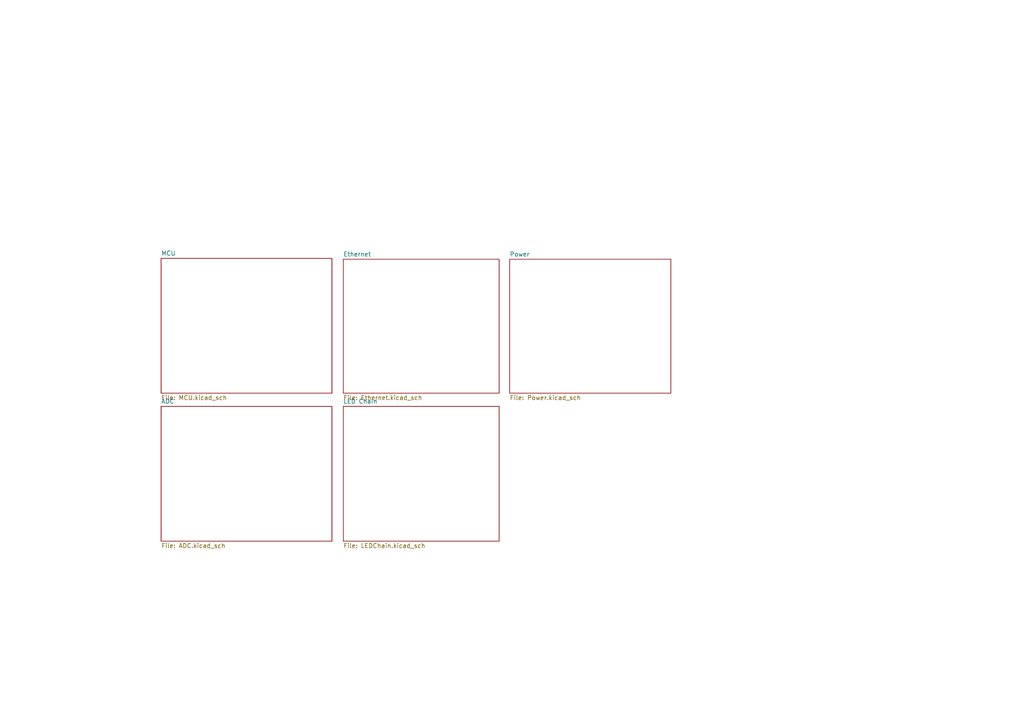
<source format=kicad_sch>
(kicad_sch
	(version 20250114)
	(generator "eeschema")
	(generator_version "9.0")
	(uuid "c74cf9f2-0af5-4a28-b0b6-05ce22add148")
	(paper "A4")
	(lib_symbols)
	(sheet
		(at 147.828 75.184)
		(size 46.736 38.862)
		(exclude_from_sim no)
		(in_bom yes)
		(on_board yes)
		(dnp no)
		(fields_autoplaced yes)
		(stroke
			(width 0.1524)
			(type solid)
		)
		(fill
			(color 0 0 0 0.0000)
		)
		(uuid "43b24ed5-a570-4e27-b00b-6038ea0a11b6")
		(property "Sheetname" "Power"
			(at 147.828 74.4724 0)
			(effects
				(font
					(size 1.27 1.27)
				)
				(justify left bottom)
			)
		)
		(property "Sheetfile" "Power.kicad_sch"
			(at 147.828 114.6306 0)
			(effects
				(font
					(size 1.27 1.27)
				)
				(justify left top)
			)
		)
		(instances
			(project "StairsV2Ethernet"
				(path "/c74cf9f2-0af5-4a28-b0b6-05ce22add148"
					(page "6")
				)
			)
		)
	)
	(sheet
		(at 46.736 74.93)
		(size 49.53 39.116)
		(exclude_from_sim no)
		(in_bom yes)
		(on_board yes)
		(dnp no)
		(fields_autoplaced yes)
		(stroke
			(width 0.1524)
			(type solid)
		)
		(fill
			(color 0 0 0 0.0000)
		)
		(uuid "9f64f479-1038-4785-8583-3b16ea02e77a")
		(property "Sheetname" "MCU"
			(at 46.736 74.2184 0)
			(effects
				(font
					(size 1.27 1.27)
				)
				(justify left bottom)
			)
		)
		(property "Sheetfile" "MCU.kicad_sch"
			(at 46.736 114.6306 0)
			(effects
				(font
					(size 1.27 1.27)
				)
				(justify left top)
			)
		)
		(instances
			(project "StairsV2Ethernet"
				(path "/c74cf9f2-0af5-4a28-b0b6-05ce22add148"
					(page "2")
				)
			)
		)
	)
	(sheet
		(at 99.568 117.856)
		(size 45.212 39.116)
		(exclude_from_sim no)
		(in_bom yes)
		(on_board yes)
		(dnp no)
		(fields_autoplaced yes)
		(stroke
			(width 0.1524)
			(type solid)
		)
		(fill
			(color 0 0 0 0.0000)
		)
		(uuid "be29776e-5772-4862-931b-10d4880b16fd")
		(property "Sheetname" "LED Chain"
			(at 99.568 117.1444 0)
			(effects
				(font
					(size 1.27 1.27)
				)
				(justify left bottom)
			)
		)
		(property "Sheetfile" "LEDChain.kicad_sch"
			(at 99.568 157.5566 0)
			(effects
				(font
					(size 1.27 1.27)
				)
				(justify left top)
			)
		)
		(instances
			(project "StairsV2Ethernet"
				(path "/c74cf9f2-0af5-4a28-b0b6-05ce22add148"
					(page "5")
				)
			)
		)
	)
	(sheet
		(at 99.568 75.184)
		(size 45.212 38.862)
		(exclude_from_sim no)
		(in_bom yes)
		(on_board yes)
		(dnp no)
		(fields_autoplaced yes)
		(stroke
			(width 0.1524)
			(type solid)
		)
		(fill
			(color 0 0 0 0.0000)
		)
		(uuid "be68e9b5-631c-4c19-a6e9-1b298e897933")
		(property "Sheetname" "Ethernet"
			(at 99.568 74.4724 0)
			(effects
				(font
					(size 1.27 1.27)
				)
				(justify left bottom)
			)
		)
		(property "Sheetfile" "Ethernet.kicad_sch"
			(at 99.568 114.6306 0)
			(effects
				(font
					(size 1.27 1.27)
				)
				(justify left top)
			)
		)
		(instances
			(project "StairsV2Ethernet"
				(path "/c74cf9f2-0af5-4a28-b0b6-05ce22add148"
					(page "3")
				)
			)
		)
	)
	(sheet
		(at 46.736 117.856)
		(size 49.53 39.116)
		(exclude_from_sim no)
		(in_bom yes)
		(on_board yes)
		(dnp no)
		(fields_autoplaced yes)
		(stroke
			(width 0.1524)
			(type solid)
		)
		(fill
			(color 0 0 0 0.0000)
		)
		(uuid "e7dd127a-f715-4acb-b185-384c603cf53e")
		(property "Sheetname" "ADC"
			(at 46.736 117.1444 0)
			(effects
				(font
					(size 1.27 1.27)
				)
				(justify left bottom)
			)
		)
		(property "Sheetfile" "ADC.kicad_sch"
			(at 46.736 157.5566 0)
			(effects
				(font
					(size 1.27 1.27)
				)
				(justify left top)
			)
		)
		(instances
			(project "StairsV2Ethernet"
				(path "/c74cf9f2-0af5-4a28-b0b6-05ce22add148"
					(page "4")
				)
			)
		)
	)
	(sheet_instances
		(path "/"
			(page "1")
		)
	)
	(embedded_fonts no)
)

</source>
